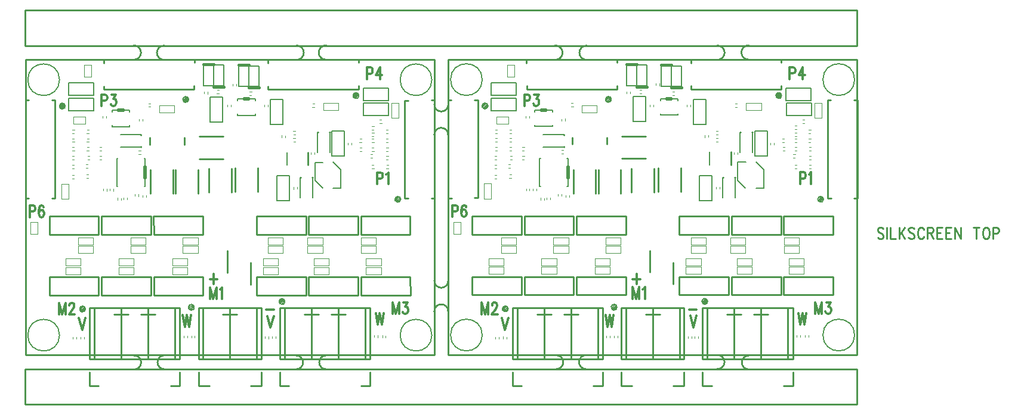
<source format=gbr>
*
%LPD*%
%LN2FOC-SST*%
%FSLAX24Y24*%
%MOIN*%
%SRX1Y1I0.0J0.0*%
%AD*%
%ADD11C,0.007870*%
%ADD12C,0.004000*%
%ADD13C,0.010000*%
%ADD14C,0.006000*%
%ADD15C,0.015000*%
%ADD16C,0.019690*%
%ADD17C,0.005910*%
%ADD18C,0.009130*%
%ADD20C,0.008000*%
%ADD57C,0.011810*%
%ADD80C,0.011810*%
G54D11*
G1X7592Y11204D2*
G75*
G3X7592Y11204I-886J0D1*
G74*
G1X28392Y11204D2*
G75*
G3X28392Y11204I-886J0D1*
G74*
G1X7592Y25504D2*
G75*
G3X7592Y25504I-886J0D1*
G74*
G1X28392Y25504D2*
G75*
G3X28392Y25504I-886J0D1*
G74*
G1X9042Y23036D2*
G54D12*
G1X9042Y23436D1*
G1X8372Y23436D1*
G1X8372Y23036D1*
G1X9042Y23036D1*
G1X5981Y16871D2*
G1X6381Y16871D1*
G1X6381Y17541D1*
G1X5981Y17541D1*
G1X5981Y16871D1*
G1X9228Y22488D2*
G1X9116Y22488D1*
G1X9226Y22685D2*
G1X9126Y22685D1*
G1X9228Y21524D2*
G1X9116Y21524D1*
G1X9226Y21721D2*
G1X9126Y21721D1*
G1X9268Y21032D2*
G1X9156Y21032D1*
G1X9265Y21229D2*
G1X9165Y21229D1*
G1X9209Y19988D2*
G1X9097Y19988D1*
G1X9206Y20185D2*
G1X9106Y20185D1*
G1X8421Y22016D2*
G1X8309Y22016D1*
G1X8419Y22213D2*
G1X8319Y22213D1*
G1X8093Y19680D2*
G1X7693Y19680D1*
G1X7693Y18840D1*
G1X8093Y18840D1*
G1X8093Y19680D1*
G1X8421Y21524D2*
G1X8309Y21524D1*
G1X8419Y21721D2*
G1X8319Y21721D1*
G1X8402Y21032D2*
G1X8289Y21032D1*
G1X8399Y21229D2*
G1X8299Y21229D1*
G1X8402Y20520D2*
G1X8289Y20520D1*
G1X8399Y20717D2*
G1X8299Y20717D1*
G1X9169Y20559D2*
G1X9057Y20559D1*
G1X9167Y20756D2*
G1X9067Y20756D1*
G1X9228Y22016D2*
G1X9116Y22016D1*
G1X9226Y22213D2*
G1X9126Y22213D1*
G1X8310Y22685D2*
G1X8423Y22685D1*
G1X8313Y22488D2*
G1X8413Y22488D1*
G1X8291Y20166D2*
G1X8403Y20166D1*
G1X8293Y19969D2*
G1X8393Y19969D1*
G1X25043Y22538D2*
G1X25155Y22538D1*
G1X25045Y22341D2*
G1X25145Y22341D1*
G1X24964Y21337D2*
G1X25076Y21337D1*
G1X24966Y21140D2*
G1X25067Y21140D1*
G1X25961Y20530D2*
G1X25849Y20530D1*
G1X25958Y20727D2*
G1X25858Y20727D1*
G1X25043Y22912D2*
G1X25155Y22912D1*
G1X25045Y22715D2*
G1X25145Y22715D1*
G1X9826Y21721D2*
G1X9938Y21721D1*
G1X9828Y21524D2*
G1X9929Y21524D1*
G1X24465Y22006D2*
G1X24352Y22006D1*
G1X24462Y22203D2*
G1X24362Y22203D1*
G1X26138Y23358D2*
G1X26538Y23358D1*
G1X26538Y24198D1*
G1X26138Y24198D1*
G1X26138Y23358D1*
G1X25830Y22695D2*
G1X25942Y22695D1*
G1X25832Y22499D2*
G1X25933Y22499D1*
G1X25850Y21219D2*
G1X25962Y21219D1*
G1X25852Y21022D2*
G1X25952Y21022D1*
G1X25850Y21711D2*
G1X25962Y21711D1*
G1X25852Y21514D2*
G1X25952Y21514D1*
G1X25830Y22203D2*
G1X25942Y22203D1*
G1X25832Y22006D2*
G1X25933Y22006D1*
G1X25154Y20530D2*
G1X25041Y20530D1*
G1X25151Y20727D2*
G1X25051Y20727D1*
G1X25154Y21514D2*
G1X25041Y21514D1*
G1X25151Y21711D2*
G1X25051Y21711D1*
G1X25154Y22006D2*
G1X25041Y22006D1*
G1X25151Y22203D2*
G1X25051Y22203D1*
G1X25587Y23069D2*
G1X25475Y23069D1*
G1X25584Y23266D2*
G1X25484Y23266D1*
G1X9826Y21229D2*
G1X9938Y21229D1*
G1X9828Y21032D2*
G1X9929Y21032D1*
G1X24484Y21514D2*
G1X24372Y21514D1*
G1X24482Y21711D2*
G1X24382Y21711D1*
G1X16968Y23988D2*
G1X16968Y24100D1*
G1X17165Y23990D2*
G1X17165Y24091D1*
G1X17480Y25280D2*
G1X17480Y25168D1*
G1X17283Y25278D2*
G1X17283Y25177D1*
G1X18212Y24821D2*
G1X18324Y24821D1*
G1X18214Y24625D2*
G1X18315Y24625D1*
G1X15866Y24827D2*
G1X15866Y24715D1*
G1X15669Y24825D2*
G1X15669Y24725D1*
G1X16492Y24732D2*
G1X16380Y24732D1*
G1X16490Y24929D2*
G1X16389Y24929D1*
G1X12673Y23984D2*
G1X12561Y23984D1*
G1X12671Y24181D2*
G1X12571Y24181D1*
G1X21827Y23965D2*
G1X21715Y23965D1*
G1X21825Y24162D2*
G1X21724Y24162D1*
G1X14720Y11174D2*
G1X14720Y11062D1*
G1X14523Y11171D2*
G1X14523Y11071D1*
G1X8763Y11000D2*
G1X8763Y11112D1*
G1X8960Y11002D2*
G1X8960Y11103D1*
G1X14956Y11063D2*
G1X14956Y11175D1*
G1X15153Y11065D2*
G1X15153Y11166D1*
G1X23897Y21973D2*
G1X23897Y21861D1*
G1X23700Y21971D2*
G1X23700Y21870D1*
G1X8786Y14611D2*
G1X8786Y15011D1*
G1X7946Y15011D1*
G1X7946Y14611D1*
G1X8786Y14611D1*
G1X11739Y14611D2*
G1X11739Y15011D1*
G1X10899Y15011D1*
G1X10899Y14611D1*
G1X11739Y14611D1*
G1X14731Y15084D2*
G1X14731Y15484D1*
G1X13891Y15484D1*
G1X13891Y15084D1*
G1X14731Y15084D1*
G1X8639Y16192D2*
G1X8639Y15792D1*
G1X9479Y15792D1*
G1X9479Y16192D1*
G1X8639Y16192D1*
G1X11568Y16673D2*
G1X11568Y16273D1*
G1X12408Y16273D1*
G1X12408Y16673D1*
G1X11568Y16673D1*
G1X14481Y16673D2*
G1X14481Y16273D1*
G1X15321Y16273D1*
G1X15321Y16673D1*
G1X14481Y16673D1*
G1X14481Y16192D2*
G1X14481Y15792D1*
G1X15321Y15792D1*
G1X15321Y16192D1*
G1X14481Y16192D1*
G1X8786Y15084D2*
G1X8786Y15484D1*
G1X7946Y15484D1*
G1X7946Y15084D1*
G1X8786Y15084D1*
G1X11739Y15084D2*
G1X11739Y15484D1*
G1X10899Y15484D1*
G1X10899Y15084D1*
G1X11739Y15084D1*
G1X14731Y14611D2*
G1X14731Y15011D1*
G1X13891Y15011D1*
G1X13891Y14611D1*
G1X14731Y14611D1*
G1X8639Y16673D2*
G1X8639Y16273D1*
G1X9479Y16273D1*
G1X9479Y16673D1*
G1X8639Y16673D1*
G1X11568Y16192D2*
G1X11568Y15792D1*
G1X12408Y15792D1*
G1X12408Y16192D1*
G1X11568Y16192D1*
G1X20669Y19382D2*
G1X20669Y19494D1*
G1X20866Y19384D2*
G1X20866Y19484D1*
G1X19809Y14611D2*
G1X19809Y15011D1*
G1X18969Y15011D1*
G1X18969Y14611D1*
G1X19809Y14611D1*
G1X22644Y14611D2*
G1X22644Y15011D1*
G1X21804Y15011D1*
G1X21804Y14611D1*
G1X22644Y14611D1*
G1X25558Y14611D2*
G1X25558Y15011D1*
G1X24718Y15011D1*
G1X24718Y14611D1*
G1X25558Y14611D1*
G1X19245Y16665D2*
G1X19245Y16265D1*
G1X20085Y16265D1*
G1X20085Y16665D1*
G1X19245Y16665D1*
G1X21450Y16665D2*
G1X21450Y16265D1*
G1X22290Y16265D1*
G1X22290Y16665D1*
G1X21450Y16665D1*
G1X24442Y16665D2*
G1X24442Y16265D1*
G1X25282Y16265D1*
G1X25282Y16665D1*
G1X24442Y16665D1*
G1X19245Y16192D2*
G1X19245Y15792D1*
G1X20085Y15792D1*
G1X20085Y16192D1*
G1X19245Y16192D1*
G1X19809Y15084D2*
G1X19809Y15484D1*
G1X18969Y15484D1*
G1X18969Y15084D1*
G1X19809Y15084D1*
G1X22644Y15084D2*
G1X22644Y15484D1*
G1X21804Y15484D1*
G1X21804Y15084D1*
G1X22644Y15084D1*
G1X21450Y16192D2*
G1X21450Y15792D1*
G1X22290Y15792D1*
G1X22290Y16192D1*
G1X21450Y16192D1*
G1X25558Y15084D2*
G1X25558Y15484D1*
G1X24718Y15484D1*
G1X24718Y15084D1*
G1X25558Y15084D1*
G1X24442Y16192D2*
G1X24442Y15792D1*
G1X25282Y15792D1*
G1X25282Y16192D1*
G1X24442Y16192D1*
G1X25366Y11190D2*
G1X25366Y11077D1*
G1X25169Y11187D2*
G1X25169Y11087D1*
G1X19283Y11127D2*
G1X19283Y11014D1*
G1X19086Y11124D2*
G1X19086Y11024D1*
G1X25622Y11079D2*
G1X25622Y11191D1*
G1X25819Y11081D2*
G1X25819Y11181D1*
G1X19460Y11016D2*
G1X19460Y11128D1*
G1X19657Y11018D2*
G1X19657Y11118D1*
G1X19035Y23988D2*
G1X19035Y24100D1*
G1X19232Y23990D2*
G1X19232Y24091D1*
G1X12224Y23312D2*
G1X12224Y23199D1*
G1X12027Y23309D2*
G1X12027Y23209D1*
G1X10019Y23358D2*
G1X10019Y23470D1*
G1X10216Y23360D2*
G1X10216Y23461D1*
G1X11181Y18791D2*
G1X11181Y18903D1*
G1X11378Y18793D2*
G1X11378Y18894D1*
G1X12122Y21347D2*
G1X12010Y21347D1*
G1X12120Y21543D2*
G1X12019Y21543D1*
G1X12012Y19091D2*
G1X12012Y18979D1*
G1X11815Y19089D2*
G1X11815Y18988D1*
G1X10846Y18771D2*
G1X10846Y18884D1*
G1X11043Y18774D2*
G1X11043Y18874D1*
G1X10236Y19394D2*
G1X10236Y19282D1*
G1X10039Y19392D2*
G1X10039Y19291D1*
G1X10610Y19394D2*
G1X10610Y19282D1*
G1X10413Y19392D2*
G1X10413Y19291D1*
G1X12441Y19040D2*
G1X12441Y18928D1*
G1X12244Y19038D2*
G1X12244Y18937D1*
G1X21653Y21330D2*
G1X21653Y21443D1*
G1X21850Y21333D2*
G1X21850Y21433D1*
G1X8531Y11107D2*
G1X8531Y10995D1*
G1X8334Y11104D2*
G1X8334Y11004D1*
G1X20653Y22626D2*
G1X20765Y22626D1*
G1X20655Y22429D2*
G1X20756Y22429D1*
G1X20019Y22275D2*
G1X20019Y22388D1*
G1X20216Y22278D2*
G1X20216Y22378D1*
G1X20653Y22232D2*
G1X20765Y22232D1*
G1X20655Y22036D2*
G1X20756Y22036D1*
G1X23176Y23784D2*
G1X23176Y24184D1*
G1X22336Y24184D1*
G1X22336Y23784D1*
G1X23176Y23784D1*
G1X14002Y23666D2*
G1X14002Y24066D1*
G1X13162Y24066D1*
G1X13162Y23666D1*
G1X14002Y23666D1*
G1X9373Y26334D2*
G1X8973Y26334D1*
G1X8973Y25664D1*
G1X9373Y25664D1*
G1X9373Y26334D1*
G1X16968Y15933D2*
G54D13*
G1X16968Y14713D1*
G1X18267Y14043D2*
G1X18267Y15264D1*
G1X9783Y13443D2*
G1X7027Y13443D1*
G1X7027Y14460D1*
G1X9783Y14460D1*
G1X9785Y13443D1*
G1X7355Y14475D2*
G1X9455Y14475D1*
G1X18602Y17853D2*
G1X21358Y17853D1*
G1X21358Y16836D1*
G1X18602Y16836D1*
G1X18600Y17853D1*
G1X21030Y16821D2*
G1X18930Y16821D1*
G1X21515Y17853D2*
G1X24271Y17853D1*
G1X24271Y16836D1*
G1X21515Y16836D1*
G1X21513Y17853D1*
G1X23943Y16821D2*
G1X21843Y16821D1*
G1X24429Y17853D2*
G1X27185Y17853D1*
G1X27185Y16836D1*
G1X24429Y16836D1*
G1X24427Y17853D1*
G1X26857Y16821D2*
G1X24757Y16821D1*
G1X12697Y13443D2*
G1X9941Y13443D1*
G1X9941Y14460D1*
G1X12697Y14460D1*
G1X12699Y13443D1*
G1X10269Y14475D2*
G1X12369Y14475D1*
G1X15610Y13443D2*
G1X12854Y13443D1*
G1X12854Y14460D1*
G1X15610Y14460D1*
G1X15612Y13443D1*
G1X13182Y14475D2*
G1X15282Y14475D1*
G1X7027Y17853D2*
G1X9783Y17853D1*
G1X9783Y16836D1*
G1X7027Y16836D1*
G1X7025Y17853D1*
G1X9455Y16821D2*
G1X7355Y16821D1*
G1X9941Y17853D2*
G1X12697Y17853D1*
G1X12697Y16836D1*
G1X9941Y16836D1*
G1X9939Y17853D1*
G1X12369Y16821D2*
G1X10269Y16821D1*
G1X12854Y17853D2*
G1X15610Y17853D1*
G1X15610Y16836D1*
G1X12854Y16836D1*
G1X12852Y17853D1*
G1X15282Y16821D2*
G1X13182Y16821D1*
G1X21358Y13443D2*
G1X18602Y13443D1*
G1X18602Y14460D1*
G1X21358Y14460D1*
G1X21360Y13443D1*
G1X18930Y14475D2*
G1X21030Y14475D1*
G1X24271Y13443D2*
G1X21515Y13443D1*
G1X21515Y14460D1*
G1X24271Y14460D1*
G1X24273Y13443D1*
G1X21843Y14475D2*
G1X23943Y14475D1*
G1X27185Y13443D2*
G1X24429Y13443D1*
G1X24429Y14460D1*
G1X27185Y14460D1*
G1X27187Y13443D1*
G1X24757Y14475D2*
G1X26857Y14475D1*
G1X14567Y22272D2*
G1X14567Y21878D1*
G1X12637Y22272D2*
G1X12637Y21878D1*
G1X21023Y20038D2*
G1X21063Y20038D1*
G1X21693Y20038D2*
G1X21732Y20038D1*
G1X21988Y22567D2*
G1X22027Y22567D1*
G1X22657Y22567D2*
G1X22697Y22567D1*
G1X12145Y22429D2*
G1X12145Y22390D1*
G1X12145Y21760D2*
G1X12145Y21721D1*
G1X21476Y20736D2*
G1X21476Y21445D1*
G1X27075Y18866D2*
G1X26886Y18866D1*
G1X26886Y24347D1*
G1X27067Y24347D1*
G1X28358Y24358D2*
G1X28539Y24358D1*
G1X28539Y18866D1*
G1X28362Y18866D1*
G1X7157Y24358D2*
G1X7346Y24358D1*
G1X7346Y18878D1*
G1X7165Y18878D1*
G1X5874Y18866D2*
G1X5693Y18866D1*
G1X5693Y24358D1*
G1X5870Y24358D1*
G1X15118Y25154D2*
G1X15118Y24957D1*
G1X10078Y24957D1*
G1X10078Y25146D1*
G1X10071Y26437D2*
G1X10071Y26626D1*
G1X15122Y26626D1*
G1X15122Y26449D1*
G1X24291Y25154D2*
G1X24291Y24957D1*
G1X19252Y24957D1*
G1X19252Y25146D1*
G1X19244Y26437D2*
G1X19244Y26626D1*
G1X24295Y26626D1*
G1X24295Y26449D1*
G1X15356Y9851D2*
G1X18856Y9851D1*
G1X18856Y12725D1*
G1X15356Y12725D1*
G1X15356Y9851D1*
G1X15606Y12725D2*
G1X15606Y9851D1*
G1X17106Y12725D2*
G1X17106Y9851D1*
G1X18606Y12725D2*
G1X18606Y9851D1*
G1X16704Y12350D2*
G1X17504Y12350D1*
G1X15356Y9142D2*
G1X15356Y8354D1*
G1X15956Y8354D1*
G1X18856Y9142D2*
G1X18856Y8354D1*
G1X18256Y8354D1*
G1X9273Y9851D2*
G1X14311Y9851D1*
G1X14311Y12725D1*
G1X9273Y12725D1*
G1X9273Y9851D1*
G1X11041Y12725D2*
G1X11041Y9851D1*
G1X9541Y12725D2*
G1X9541Y9851D1*
G1X12541Y12725D2*
G1X12541Y9851D1*
G1X10639Y12350D2*
G1X11439Y12350D1*
G1X14041Y12725D2*
G1X14041Y9851D1*
G1X12139Y12350D2*
G1X12939Y12350D1*
G1X9273Y9142D2*
G1X9273Y8354D1*
G1X9785Y8354D1*
G1X14311Y9142D2*
G1X14311Y8354D1*
G1X13799Y8354D1*
G1X19903Y9851D2*
G1X24941Y9851D1*
G1X24941Y12725D1*
G1X19903Y12725D1*
G1X19903Y9851D1*
G1X21671Y12725D2*
G1X21671Y9851D1*
G1X20171Y12725D2*
G1X20171Y9851D1*
G1X23171Y12725D2*
G1X23171Y9851D1*
G1X21269Y12350D2*
G1X22069Y12350D1*
G1X24671Y12725D2*
G1X24671Y9851D1*
G1X22769Y12350D2*
G1X23569Y12350D1*
G1X19903Y9142D2*
G1X19903Y8354D1*
G1X20415Y8354D1*
G1X24941Y9142D2*
G1X24941Y8354D1*
G1X24429Y8354D1*
G1X5689Y10087D2*
G1X28523Y10087D1*
G1X28523Y26622D1*
G1X5689Y26622D1*
G1X5689Y10087D1*
G1X11729Y26620D2*
G75*
G3X11730Y27420I17J400D1*
G74*
G1X13453Y27415D2*
G75*
G3X13452Y26615I-17J-400D1*
G74*
G1X20824Y26616D2*
G75*
G3X20825Y27416I17J400D1*
G74*
G1X22490Y27422D2*
G75*
G3X22489Y26622I-17J-400D1*
G74*
G1X11751Y9287D2*
G75*
G3X11752Y10064I16J388D1*
G74*
G1X13473Y10075D2*
G75*
G3X13472Y9296I-16J-390D1*
G74*
G1X20797Y9292D2*
G75*
G3X20797Y10068I15J388D1*
G74*
G1X22505Y10071D2*
G75*
G3X22504Y9292I-16J-390D1*
G74*
G1X29305Y12527D2*
G75*
G3X28529Y12528I-388J16D1*
G74*
G1X28530Y14263D2*
G75*
G3X29309Y14262I390J-16D1*
G74*
G1X5682Y29383D2*
G1X52139Y29383D1*
G1X52139Y27415D1*
G1X5682Y27415D1*
G1X5682Y29383D1*
G1X29304Y10092D2*
G1X52139Y10092D1*
G1X52139Y26627D1*
G1X29304Y26627D1*
G1X29304Y10092D1*
G1X5682Y9304D2*
G1X52139Y9304D1*
G1X52139Y7336D1*
G1X5682Y7336D1*
G1X5682Y9304D1*
G1X29304Y22409D2*
G75*
G3X28528Y22410I-388J16D1*
G74*
G1X28530Y24125D2*
G75*
G3X29309Y24124I390J-16D1*
G74*
G1X37050Y27414D2*
G75*
G3X37049Y26614I-17J-400D1*
G74*
G1X35278Y26617D2*
G75*
G3X35279Y27417I17J400D1*
G74*
G1X44328Y26617D2*
G75*
G3X44329Y27417I17J400D1*
G74*
G1X46098Y27426D2*
G75*
G3X46097Y26626I-17J-400D1*
G74*
G1X46114Y10066D2*
G75*
G3X46114Y9287I-16J-390D1*
G74*
G1X44341Y9311D2*
G75*
G3X44341Y10087I16J388D1*
G74*
G1X37019Y10085D2*
G75*
G3X37018Y9306I-16J-390D1*
G74*
G1X35329Y9303D2*
G75*
G3X35330Y10080I16J388D1*
G74*
G1X8099Y24472D2*
G54D14*
G1X8099Y23772D1*
G1X9499Y23772D1*
G1X9499Y24472D1*
G1X8099Y24472D1*
G1X25956Y24334D2*
G1X25956Y25034D1*
G1X24556Y25034D1*
G1X24556Y24334D1*
G1X25956Y24334D1*
G1X25975Y23487D2*
G1X25975Y24187D1*
G1X24575Y24187D1*
G1X24575Y23487D1*
G1X25975Y23487D1*
G1X8099Y25319D2*
G1X8099Y24619D1*
G1X9499Y24619D1*
G1X9499Y25319D1*
G1X8099Y25319D1*
G1X18725Y26277D2*
G1X18165Y26277D1*
G1X18165Y25117D1*
G1X18725Y25117D1*
G1X18725Y26277D1*
G1X17594Y25117D2*
G1X18154Y25117D1*
G1X18154Y26277D1*
G1X17594Y26277D1*
G1X17594Y25117D1*
G1X16776Y26316D2*
G1X16216Y26316D1*
G1X16216Y25156D1*
G1X16776Y25156D1*
G1X16776Y26316D1*
G1X15645Y25156D2*
G1X16205Y25156D1*
G1X16205Y26316D1*
G1X15645Y26316D1*
G1X15645Y25156D1*
G1X16008Y23147D2*
G1X16708Y23147D1*
G1X16708Y24547D1*
G1X16008Y24547D1*
G1X16008Y23147D1*
G1X19374Y22989D2*
G1X20074Y22989D1*
G1X20074Y24389D1*
G1X19374Y24389D1*
G1X19374Y22989D1*
G1X21023Y18896D2*
G1X21023Y20038D1*
G1X21063Y20038D1*
G1X21693Y20038D2*
G1X21732Y20038D1*
G1X21732Y18896D1*
G1X21988Y21425D2*
G1X21988Y22567D1*
G1X22027Y22567D1*
G1X22657Y22567D2*
G1X22697Y22567D1*
G1X22697Y21425D1*
G1X11004Y22429D2*
G1X12145Y22429D1*
G1X12145Y22390D1*
G1X12145Y21760D2*
G1X12145Y21721D1*
G1X11004Y21721D1*
G1X19728Y18737D2*
G1X20428Y18737D1*
G1X20428Y20137D1*
G1X19728Y20137D1*
G1X19728Y18737D1*
G1X23519Y22617D2*
G1X22819Y22617D1*
G1X22819Y21217D1*
G1X23519Y21217D1*
G1X23519Y22617D1*
G1X22307Y20882D2*
G1X21870Y20882D1*
G1X21870Y19858D1*
G1X22303Y19425D1*
G1X22882Y19441D2*
G1X23319Y19441D1*
G1X23319Y20465D1*
G1X22886Y20898D1*
G1X20295Y20736D2*
G1X20295Y21445D1*
G1X18725Y25067D2*
G54D15*
G1X18165Y25067D1*
G1X17594Y26327D2*
G1X18154Y26327D1*
G1X16776Y25106D2*
G1X16216Y25106D1*
G1X15645Y26366D2*
G1X16205Y26366D1*
G1X18169Y24417D2*
G54D16*
G1X17893Y24417D1*
G1X11161Y23788D2*
G1X10886Y23788D1*
G1X12376Y19996D2*
G1X12376Y20626D1*
G1X18523Y24339D2*
G54D17*
G1X18523Y24417D1*
G1X17539Y24417D1*
G1X17539Y24339D1*
G1X18523Y23591D2*
G1X18523Y23512D1*
G1X17539Y23512D1*
G1X17539Y23591D1*
G1X11515Y23709D2*
G1X11515Y23788D1*
G1X10531Y23788D1*
G1X10531Y23709D1*
G1X11515Y22961D2*
G1X11515Y22882D1*
G1X10531Y22882D1*
G1X10531Y22961D1*
G1X12336Y19524D2*
G1X12376Y19524D1*
G1X12376Y21099D1*
G1X12336Y21099D1*
G1X10840Y19524D2*
G1X10801Y19524D1*
G1X10801Y21099D1*
G1X10840Y21099D1*
G1X13937Y20461D2*
G54D18*
G1X13937Y19122D1*
G1X12677Y20461D2*
G1X12677Y19122D1*
G1X17413Y19221D2*
G1X17413Y20559D1*
G1X18673Y19221D2*
G1X18673Y20559D1*
G1X15937Y19201D2*
G1X15937Y20540D1*
G1X17197Y19201D2*
G1X17197Y20540D1*
G1X15393Y22341D2*
G1X16732Y22341D1*
G1X15393Y21081D2*
G1X16732Y21081D1*
G1X14075Y19122D2*
G1X14075Y20461D1*
G1X15334Y19122D2*
G1X15334Y20461D1*
G1X9044Y12669D2*
G75*
G54D20*
G3X9044Y12669I-163J0D1*
G74*
G1X15123Y12764D2*
G75*
G3X15123Y12764I-163J0D1*
G74*
G1X20186Y13087D2*
G75*
G3X20186Y13087I-163J0D1*
G74*
G1X26658Y18807D2*
G75*
G3X26658Y18807I-163J0D1*
G74*
G1X7914Y24032D2*
G75*
G3X7914Y24032I-163J0D1*
G74*
G1X14808Y24398D2*
G75*
G3X14808Y24398I-163J0D1*
G74*
G1X24316Y24614D2*
G75*
G3X24316Y24614I-163J0D1*
G74*
G1X9044Y12669D2*
G75*
G3X9044Y12669I-163J0D1*
G74*
G1X15123Y12764D2*
G75*
G3X15123Y12764I-163J0D1*
G74*
G1X20186Y13087D2*
G75*
G3X20186Y13087I-163J0D1*
G74*
G1X26658Y18807D2*
G75*
G3X26658Y18807I-163J0D1*
G74*
G1X7914Y24032D2*
G75*
G3X7914Y24032I-163J0D1*
G74*
G1X14808Y24398D2*
G75*
G3X14808Y24398I-163J0D1*
G74*
G1X24316Y24614D2*
G75*
G3X24316Y24614I-163J0D1*
G74*
G1X8845Y12511D2*
G1X9040Y12706D1*
G1X8967Y12531D2*
G1X9020Y12584D1*
G1X8777Y12545D2*
G1X9006Y12774D1*
G1X8733Y12603D2*
G1X8948Y12818D1*
G1X8720Y12692D2*
G1X8859Y12831D1*
G1X14924Y12605D2*
G1X15119Y12800D1*
G1X15046Y12625D2*
G1X15099Y12679D1*
G1X14856Y12639D2*
G1X15085Y12868D1*
G1X14812Y12697D2*
G1X15027Y12912D1*
G1X14799Y12786D2*
G1X14938Y12925D1*
G1X19987Y12928D2*
G1X20182Y13123D1*
G1X20109Y12948D2*
G1X20162Y13002D1*
G1X19919Y12962D2*
G1X20148Y13191D1*
G1X19875Y13020D2*
G1X20090Y13235D1*
G1X19862Y13109D2*
G1X20001Y13248D1*
G1X26459Y18649D2*
G1X26654Y18844D1*
G1X26581Y18669D2*
G1X26634Y18722D1*
G1X26391Y18683D2*
G1X26620Y18912D1*
G1X26347Y18741D2*
G1X26562Y18956D1*
G1X26335Y18830D2*
G1X26473Y18968D1*
G1X7715Y23873D2*
G1X7910Y24068D1*
G1X7837Y23893D2*
G1X7890Y23946D1*
G1X7647Y23907D2*
G1X7876Y24136D1*
G1X7603Y23965D2*
G1X7818Y24180D1*
G1X7591Y24054D2*
G1X7729Y24193D1*
G1X14609Y24239D2*
G1X14804Y24434D1*
G1X14731Y24259D2*
G1X14784Y24313D1*
G1X14541Y24273D2*
G1X14770Y24502D1*
G1X14497Y24331D2*
G1X14712Y24546D1*
G1X14484Y24420D2*
G1X14623Y24559D1*
G1X24117Y24456D2*
G1X24312Y24651D1*
G1X24238Y24476D2*
G1X24292Y24529D1*
G1X24049Y24490D2*
G1X24278Y24719D1*
G1X24005Y24548D2*
G1X24220Y24763D1*
G1X23992Y24637D2*
G1X24131Y24775D1*
G1X19153Y12627D2*
G54D57*
G1X19556Y12627D1*
G1X25256Y12430D2*
G1X25367Y11784D1*
G1X25479Y12430D1*
G1X25591Y11784D1*
G1X25703Y12430D1*
G1X19204Y12280D2*
G1X19383Y11634D1*
G1X19562Y12280D1*
G1X16205Y14617D2*
G1X16205Y14063D1*
G1X16004Y14340D2*
G1X16406Y14340D1*
G1X14484Y12319D2*
G1X14596Y11673D1*
G1X14708Y12319D1*
G1X14820Y11673D1*
G1X14931Y12319D1*
G1X8685Y12154D2*
G1X8864Y11508D1*
G1X9043Y12154D1*
G1X16004Y13882D2*
G1X16004Y13236D1*
G1X16004Y13882D2*
G1X16183Y13236D1*
G1X16362Y13882D1*
G1X16362Y13236D1*
G1X16563Y13759D2*
G1X16608Y13790D1*
G1X16675Y13882D1*
G1X16675Y13236D1*
G1X7567Y13012D2*
G1X7567Y12366D1*
G1X7567Y13012D2*
G1X7746Y12366D1*
G1X7925Y13012D1*
G1X7925Y12366D1*
G1X8148Y12858D2*
G1X8148Y12889D1*
G1X8171Y12951D1*
G1X8193Y12981D1*
G1X8238Y13012D1*
G1X8327Y13012D1*
G1X8372Y12981D1*
G1X8394Y12951D1*
G1X8417Y12889D1*
G1X8417Y12828D1*
G1X8394Y12766D1*
G1X8350Y12674D1*
G1X8126Y12366D1*
G1X8439Y12366D1*
G1X26200Y13036D2*
G1X26200Y12390D1*
G1X26200Y13036D2*
G1X26379Y12390D1*
G1X26558Y13036D1*
G1X26558Y12390D1*
G1X26804Y13036D2*
G1X27051Y13036D1*
G1X26916Y12790D1*
G1X26983Y12790D1*
G1X27028Y12759D1*
G1X27051Y12728D1*
G1X27073Y12636D1*
G1X27073Y12574D1*
G1X27051Y12482D1*
G1X27006Y12421D1*
G1X26939Y12390D1*
G1X26872Y12390D1*
G1X26804Y12421D1*
G1X26782Y12451D1*
G1X26760Y12513D1*
G1X5921Y18461D2*
G1X5921Y17815D1*
G1X5921Y18461D2*
G1X6122Y18461D1*
G1X6189Y18430D1*
G1X6212Y18400D1*
G1X6234Y18338D1*
G1X6234Y18246D1*
G1X6212Y18184D1*
G1X6189Y18153D1*
G1X6122Y18123D1*
G1X5921Y18123D1*
G1X6704Y18369D2*
G1X6682Y18430D1*
G1X6614Y18461D1*
G1X6570Y18461D1*
G1X6503Y18430D1*
G1X6458Y18338D1*
G1X6435Y18184D1*
G1X6435Y18030D1*
G1X6458Y17907D1*
G1X6503Y17846D1*
G1X6570Y17815D1*
G1X6592Y17815D1*
G1X6659Y17846D1*
G1X6704Y17907D1*
G1X6726Y18000D1*
G1X6726Y18030D1*
G1X6704Y18123D1*
G1X6659Y18184D1*
G1X6592Y18215D1*
G1X6570Y18215D1*
G1X6503Y18184D1*
G1X6458Y18123D1*
G1X6435Y18030D1*
G1X9941Y24670D2*
G1X9941Y24024D1*
G1X9941Y24670D2*
G1X10142Y24670D1*
G1X10209Y24639D1*
G1X10231Y24608D1*
G1X10254Y24547D1*
G1X10254Y24454D1*
G1X10231Y24393D1*
G1X10209Y24362D1*
G1X10142Y24331D1*
G1X9941Y24331D1*
G1X10500Y24670D2*
G1X10746Y24670D1*
G1X10612Y24424D1*
G1X10679Y24424D1*
G1X10724Y24393D1*
G1X10746Y24362D1*
G1X10768Y24270D1*
G1X10768Y24208D1*
G1X10746Y24116D1*
G1X10701Y24055D1*
G1X10634Y24024D1*
G1X10567Y24024D1*
G1X10500Y24055D1*
G1X10478Y24085D1*
G1X10455Y24147D1*
G1X24763Y26185D2*
G1X24763Y25540D1*
G1X24763Y26185D2*
G1X24965Y26185D1*
G1X25032Y26155D1*
G1X25054Y26124D1*
G1X25077Y26062D1*
G1X25077Y25970D1*
G1X25054Y25909D1*
G1X25032Y25878D1*
G1X24965Y25847D1*
G1X24763Y25847D1*
G1X25502Y26185D2*
G1X25278Y25755D1*
G1X25614Y25755D1*
G1X25502Y26185D2*
G1X25502Y25540D1*
G1X25338Y20311D2*
G54D80*
G1X25338Y19666D1*
G1X25338Y20311D2*
G1X25540Y20311D1*
G1X25607Y20281D1*
G1X25629Y20250D1*
G1X25651Y20188D1*
G1X25651Y20096D1*
G1X25629Y20035D1*
G1X25607Y20004D1*
G1X25540Y19973D1*
G1X25338Y19973D1*
G1X25853Y20188D2*
G1X25898Y20219D1*
G1X25965Y20311D1*
G1X25965Y19666D1*
G1X53605Y17149D2*
G54D13*
G1X53559Y17212D1*
G1X53491Y17243D1*
G1X53400Y17243D1*
G1X53332Y17212D1*
G1X53287Y17149D1*
G1X53287Y17087D1*
G1X53309Y17024D1*
G1X53332Y16993D1*
G1X53378Y16962D1*
G1X53514Y16899D1*
G1X53559Y16868D1*
G1X53582Y16837D1*
G1X53605Y16774D1*
G1X53605Y16681D1*
G1X53559Y16618D1*
G1X53491Y16587D1*
G1X53400Y16587D1*
G1X53332Y16618D1*
G1X53287Y16681D1*
G1X53809Y17243D2*
G1X53809Y16587D1*
G1X54014Y17243D2*
G1X54014Y16587D1*
G1X54287Y16587D1*
G1X54491Y17243D2*
G1X54491Y16587D1*
G1X54809Y17243D2*
G1X54491Y16806D1*
G1X54605Y16962D2*
G1X54809Y16587D1*
G1X55332Y17149D2*
G1X55287Y17212D1*
G1X55219Y17243D1*
G1X55128Y17243D1*
G1X55059Y17212D1*
G1X55014Y17149D1*
G1X55014Y17087D1*
G1X55037Y17024D1*
G1X55059Y16993D1*
G1X55105Y16962D1*
G1X55241Y16899D1*
G1X55287Y16868D1*
G1X55309Y16837D1*
G1X55332Y16774D1*
G1X55332Y16681D1*
G1X55287Y16618D1*
G1X55219Y16587D1*
G1X55128Y16587D1*
G1X55059Y16618D1*
G1X55014Y16681D1*
G1X55878Y17087D2*
G1X55855Y17149D1*
G1X55809Y17212D1*
G1X55764Y17243D1*
G1X55673Y17243D1*
G1X55628Y17212D1*
G1X55582Y17149D1*
G1X55559Y17087D1*
G1X55537Y16993D1*
G1X55537Y16837D1*
G1X55559Y16743D1*
G1X55582Y16681D1*
G1X55628Y16618D1*
G1X55673Y16587D1*
G1X55764Y16587D1*
G1X55809Y16618D1*
G1X55855Y16681D1*
G1X55878Y16743D1*
G1X56082Y17243D2*
G1X56082Y16587D1*
G1X56082Y17243D2*
G1X56287Y17243D1*
G1X56355Y17212D1*
G1X56378Y17181D1*
G1X56400Y17118D1*
G1X56400Y17056D1*
G1X56378Y16993D1*
G1X56355Y16962D1*
G1X56287Y16931D1*
G1X56082Y16931D1*
G1X56241Y16931D2*
G1X56400Y16587D1*
G1X56605Y17243D2*
G1X56605Y16587D1*
G1X56605Y17243D2*
G1X56900Y17243D1*
G1X56605Y16931D2*
G1X56787Y16931D1*
G1X56605Y16587D2*
G1X56900Y16587D1*
G1X57105Y17243D2*
G1X57105Y16587D1*
G1X57105Y17243D2*
G1X57400Y17243D1*
G1X57105Y16931D2*
G1X57287Y16931D1*
G1X57105Y16587D2*
G1X57400Y16587D1*
G1X57605Y17243D2*
G1X57605Y16587D1*
G1X57605Y17243D2*
G1X57923Y16587D1*
G1X57923Y17243D1*
G1X58809Y17243D2*
G1X58809Y16587D1*
G1X58650Y17243D2*
G1X58969Y17243D1*
G1X59309Y17243D2*
G1X59264Y17212D1*
G1X59219Y17149D1*
G1X59196Y17087D1*
G1X59173Y16993D1*
G1X59173Y16837D1*
G1X59196Y16743D1*
G1X59219Y16681D1*
G1X59264Y16618D1*
G1X59309Y16587D1*
G1X59400Y16587D1*
G1X59446Y16618D1*
G1X59491Y16681D1*
G1X59514Y16743D1*
G1X59537Y16837D1*
G1X59537Y16993D1*
G1X59514Y17087D1*
G1X59491Y17149D1*
G1X59446Y17212D1*
G1X59400Y17243D1*
G1X59309Y17243D1*
G1X59741Y17243D2*
G1X59741Y16587D1*
G1X59741Y17243D2*
G1X59946Y17243D1*
G1X60014Y17212D1*
G1X60037Y17181D1*
G1X60059Y17118D1*
G1X60059Y17024D1*
G1X60037Y16962D1*
G1X60014Y16931D1*
G1X59946Y16899D1*
G1X59741Y16899D1*
G1X31207Y11210D2*
G75*
G54D11*
G3X31207Y11210I-886J0D1*
G74*
G1X52007Y11210D2*
G75*
G3X52007Y11210I-886J0D1*
G74*
G1X31207Y25510D2*
G75*
G3X31207Y25510I-886J0D1*
G74*
G1X52007Y25510D2*
G75*
G3X52007Y25510I-886J0D1*
G74*
G1X32657Y23042D2*
G54D12*
G1X32657Y23442D1*
G1X31988Y23442D1*
G1X31988Y23042D1*
G1X32657Y23042D1*
G1X29596Y16877D2*
G1X29996Y16877D1*
G1X29996Y17546D1*
G1X29596Y17546D1*
G1X29596Y16877D1*
G1X32844Y22494D2*
G1X32732Y22494D1*
G1X32842Y22691D2*
G1X32741Y22691D1*
G1X32844Y21529D2*
G1X32732Y21529D1*
G1X32842Y21726D2*
G1X32741Y21726D1*
G1X32883Y21037D2*
G1X32771Y21037D1*
G1X32881Y21234D2*
G1X32781Y21234D1*
G1X32824Y19994D2*
G1X32712Y19994D1*
G1X32822Y20191D2*
G1X32722Y20191D1*
G1X32037Y22021D2*
G1X31925Y22021D1*
G1X32035Y22218D2*
G1X31934Y22218D1*
G1X31709Y19685D2*
G1X31309Y19685D1*
G1X31309Y18845D1*
G1X31709Y18845D1*
G1X31709Y19685D1*
G1X32037Y21529D2*
G1X31925Y21529D1*
G1X32035Y21726D2*
G1X31934Y21726D1*
G1X32017Y21037D2*
G1X31905Y21037D1*
G1X32015Y21234D2*
G1X31914Y21234D1*
G1X32017Y20525D2*
G1X31905Y20525D1*
G1X32015Y20722D2*
G1X31914Y20722D1*
G1X32785Y20565D2*
G1X32673Y20565D1*
G1X32783Y20761D2*
G1X32682Y20761D1*
G1X32844Y22021D2*
G1X32732Y22021D1*
G1X32842Y22218D2*
G1X32741Y22218D1*
G1X31926Y22691D2*
G1X32038Y22691D1*
G1X31928Y22494D2*
G1X32029Y22494D1*
G1X31906Y20171D2*
G1X32018Y20171D1*
G1X31909Y19974D2*
G1X32009Y19974D1*
G1X48658Y22543D2*
G1X48770Y22543D1*
G1X48660Y22347D2*
G1X48761Y22347D1*
G1X48579Y21343D2*
G1X48692Y21343D1*
G1X48582Y21146D2*
G1X48682Y21146D1*
G1X49576Y20535D2*
G1X49464Y20535D1*
G1X49574Y20732D2*
G1X49473Y20732D1*
G1X48658Y22917D2*
G1X48770Y22917D1*
G1X48660Y22721D2*
G1X48761Y22721D1*
G1X33442Y21726D2*
G1X33554Y21726D1*
G1X33444Y21529D2*
G1X33544Y21529D1*
G1X48080Y22012D2*
G1X47968Y22012D1*
G1X48078Y22209D2*
G1X47977Y22209D1*
G1X49754Y23364D2*
G1X50154Y23364D1*
G1X50154Y24204D1*
G1X49754Y24204D1*
G1X49754Y23364D1*
G1X49446Y22701D2*
G1X49558Y22701D1*
G1X49448Y22504D2*
G1X49548Y22504D1*
G1X49465Y21224D2*
G1X49577Y21224D1*
G1X49468Y21028D2*
G1X49568Y21028D1*
G1X49465Y21717D2*
G1X49577Y21717D1*
G1X49468Y21520D2*
G1X49568Y21520D1*
G1X49446Y22209D2*
G1X49558Y22209D1*
G1X49448Y22012D2*
G1X49548Y22012D1*
G1X48769Y20535D2*
G1X48657Y20535D1*
G1X48767Y20732D2*
G1X48666Y20732D1*
G1X48769Y21520D2*
G1X48657Y21520D1*
G1X48767Y21717D2*
G1X48666Y21717D1*
G1X48769Y22012D2*
G1X48657Y22012D1*
G1X48767Y22209D2*
G1X48666Y22209D1*
G1X49202Y23075D2*
G1X49090Y23075D1*
G1X49200Y23272D2*
G1X49099Y23272D1*
G1X33442Y21234D2*
G1X33554Y21234D1*
G1X33444Y21037D2*
G1X33544Y21037D1*
G1X48100Y21520D2*
G1X47988Y21520D1*
G1X48097Y21717D2*
G1X47997Y21717D1*
G1X40584Y23993D2*
G1X40584Y24106D1*
G1X40781Y23996D2*
G1X40781Y24096D1*
G1X41096Y25285D2*
G1X41096Y25173D1*
G1X40899Y25283D2*
G1X40899Y25183D1*
G1X41827Y24827D2*
G1X41940Y24827D1*
G1X41830Y24630D2*
G1X41930Y24630D1*
G1X39481Y24833D2*
G1X39481Y24721D1*
G1X39285Y24830D2*
G1X39285Y24730D1*
G1X40108Y24738D2*
G1X39996Y24738D1*
G1X40105Y24935D2*
G1X40005Y24935D1*
G1X36289Y23990D2*
G1X36177Y23990D1*
G1X36286Y24187D2*
G1X36186Y24187D1*
G1X45442Y23970D2*
G1X45330Y23970D1*
G1X45440Y24167D2*
G1X45340Y24167D1*
G1X38336Y11179D2*
G1X38336Y11067D1*
G1X38139Y11177D2*
G1X38139Y11076D1*
G1X32379Y11005D2*
G1X32379Y11117D1*
G1X32576Y11008D2*
G1X32576Y11108D1*
G1X38572Y11068D2*
G1X38572Y11180D1*
G1X38769Y11071D2*
G1X38769Y11171D1*
G1X47513Y21978D2*
G1X47513Y21866D1*
G1X47316Y21976D2*
G1X47316Y21876D1*
G1X32401Y14617D2*
G1X32401Y15017D1*
G1X31561Y15017D1*
G1X31561Y14617D1*
G1X32401Y14617D1*
G1X35354Y14617D2*
G1X35354Y15017D1*
G1X34514Y15017D1*
G1X34514Y14617D1*
G1X35354Y14617D1*
G1X38346Y15089D2*
G1X38346Y15489D1*
G1X37506Y15489D1*
G1X37506Y15089D1*
G1X38346Y15089D1*
G1X32254Y16198D2*
G1X32254Y15798D1*
G1X33094Y15798D1*
G1X33094Y16198D1*
G1X32254Y16198D1*
G1X35183Y16678D2*
G1X35183Y16278D1*
G1X36023Y16278D1*
G1X36023Y16678D1*
G1X35183Y16678D1*
G1X38097Y16678D2*
G1X38097Y16278D1*
G1X38937Y16278D1*
G1X38937Y16678D1*
G1X38097Y16678D1*
G1X38097Y16198D2*
G1X38097Y15798D1*
G1X38937Y15798D1*
G1X38937Y16198D1*
G1X38097Y16198D1*
G1X32401Y15089D2*
G1X32401Y15489D1*
G1X31561Y15489D1*
G1X31561Y15089D1*
G1X32401Y15089D1*
G1X35354Y15089D2*
G1X35354Y15489D1*
G1X34514Y15489D1*
G1X34514Y15089D1*
G1X35354Y15089D1*
G1X38346Y14617D2*
G1X38346Y15017D1*
G1X37506Y15017D1*
G1X37506Y14617D1*
G1X38346Y14617D1*
G1X32254Y16678D2*
G1X32254Y16278D1*
G1X33094Y16278D1*
G1X33094Y16678D1*
G1X32254Y16678D1*
G1X35183Y16198D2*
G1X35183Y15798D1*
G1X36023Y15798D1*
G1X36023Y16198D1*
G1X35183Y16198D1*
G1X44285Y19387D2*
G1X44285Y19499D1*
G1X44481Y19389D2*
G1X44481Y19490D1*
G1X43425Y14617D2*
G1X43425Y15017D1*
G1X42585Y15017D1*
G1X42585Y14617D1*
G1X43425Y14617D1*
G1X46260Y14617D2*
G1X46260Y15017D1*
G1X45420Y15017D1*
G1X45420Y14617D1*
G1X46260Y14617D1*
G1X49173Y14617D2*
G1X49173Y15017D1*
G1X48333Y15017D1*
G1X48333Y14617D1*
G1X49173Y14617D1*
G1X42861Y16670D2*
G1X42861Y16270D1*
G1X43701Y16270D1*
G1X43701Y16670D1*
G1X42861Y16670D1*
G1X45065Y16670D2*
G1X45065Y16270D1*
G1X45905Y16270D1*
G1X45905Y16670D1*
G1X45065Y16670D1*
G1X48057Y16670D2*
G1X48057Y16270D1*
G1X48897Y16270D1*
G1X48897Y16670D1*
G1X48057Y16670D1*
G1X42861Y16198D2*
G1X42861Y15798D1*
G1X43701Y15798D1*
G1X43701Y16198D1*
G1X42861Y16198D1*
G1X43425Y15089D2*
G1X43425Y15489D1*
G1X42585Y15489D1*
G1X42585Y15089D1*
G1X43425Y15089D1*
G1X46260Y15089D2*
G1X46260Y15489D1*
G1X45420Y15489D1*
G1X45420Y15089D1*
G1X46260Y15089D1*
G1X45065Y16198D2*
G1X45065Y15798D1*
G1X45905Y15798D1*
G1X45905Y16198D1*
G1X45065Y16198D1*
G1X49173Y15089D2*
G1X49173Y15489D1*
G1X48333Y15489D1*
G1X48333Y15089D1*
G1X49173Y15089D1*
G1X48057Y16198D2*
G1X48057Y15798D1*
G1X48897Y15798D1*
G1X48897Y16198D1*
G1X48057Y16198D1*
G1X48981Y11195D2*
G1X48981Y11083D1*
G1X48785Y11193D2*
G1X48785Y11092D1*
G1X42899Y11132D2*
G1X42899Y11020D1*
G1X42702Y11130D2*
G1X42702Y11029D1*
G1X49237Y11084D2*
G1X49237Y11196D1*
G1X49434Y11086D2*
G1X49434Y11187D1*
G1X43076Y11021D2*
G1X43076Y11133D1*
G1X43273Y11023D2*
G1X43273Y11124D1*
G1X42651Y23993D2*
G1X42651Y24106D1*
G1X42847Y23996D2*
G1X42847Y24096D1*
G1X35840Y23317D2*
G1X35840Y23205D1*
G1X35643Y23315D2*
G1X35643Y23214D1*
G1X33635Y23363D2*
G1X33635Y23476D1*
G1X33832Y23366D2*
G1X33832Y23466D1*
G1X34796Y18797D2*
G1X34796Y18909D1*
G1X34993Y18799D2*
G1X34993Y18899D1*
G1X35738Y21352D2*
G1X35625Y21352D1*
G1X35735Y21549D2*
G1X35635Y21549D1*
G1X35627Y19097D2*
G1X35627Y18984D1*
G1X35430Y19094D2*
G1X35430Y18994D1*
G1X34462Y18777D2*
G1X34462Y18889D1*
G1X34659Y18779D2*
G1X34659Y18880D1*
G1X33851Y19400D2*
G1X33851Y19287D1*
G1X33655Y19397D2*
G1X33655Y19297D1*
G1X34225Y19400D2*
G1X34225Y19287D1*
G1X34029Y19397D2*
G1X34029Y19297D1*
G1X36056Y19045D2*
G1X36056Y18933D1*
G1X35859Y19043D2*
G1X35859Y18943D1*
G1X45269Y21336D2*
G1X45269Y21448D1*
G1X45466Y21338D2*
G1X45466Y21439D1*
G1X32147Y11112D2*
G1X32147Y11000D1*
G1X31950Y11110D2*
G1X31950Y11009D1*
G1X44268Y22632D2*
G1X44381Y22632D1*
G1X44271Y22435D2*
G1X44371Y22435D1*
G1X43635Y22281D2*
G1X43635Y22393D1*
G1X43832Y22283D2*
G1X43832Y22384D1*
G1X44268Y22238D2*
G1X44381Y22238D1*
G1X44271Y22041D2*
G1X44371Y22041D1*
G1X46791Y23790D2*
G1X46791Y24190D1*
G1X45951Y24190D1*
G1X45951Y23790D1*
G1X46791Y23790D1*
G1X37618Y23672D2*
G1X37618Y24072D1*
G1X36778Y24072D1*
G1X36778Y23672D1*
G1X37618Y23672D1*
G1X32988Y26339D2*
G1X32588Y26339D1*
G1X32588Y25670D1*
G1X32988Y25670D1*
G1X32988Y26339D1*
G1X40584Y15939D2*
G54D13*
G1X40584Y14718D1*
G1X41883Y14049D2*
G1X41883Y15269D1*
G1X33399Y13449D2*
G1X30643Y13449D1*
G1X30643Y14466D1*
G1X33399Y14466D1*
G1X33401Y13449D1*
G1X30971Y14481D2*
G1X33071Y14481D1*
G1X42218Y17858D2*
G1X44973Y17858D1*
G1X44973Y16842D1*
G1X42218Y16842D1*
G1X42216Y17858D1*
G1X44646Y16827D2*
G1X42546Y16827D1*
G1X45131Y17858D2*
G1X47887Y17858D1*
G1X47887Y16842D1*
G1X45131Y16842D1*
G1X45129Y17858D1*
G1X47559Y16827D2*
G1X45459Y16827D1*
G1X48044Y17858D2*
G1X50800Y17858D1*
G1X50800Y16842D1*
G1X48044Y16842D1*
G1X48042Y17858D1*
G1X50472Y16827D2*
G1X48372Y16827D1*
G1X36312Y13449D2*
G1X33556Y13449D1*
G1X33556Y14466D1*
G1X36312Y14466D1*
G1X36314Y13449D1*
G1X33884Y14481D2*
G1X35984Y14481D1*
G1X39225Y13449D2*
G1X36470Y13449D1*
G1X36470Y14466D1*
G1X39225Y14466D1*
G1X39227Y13449D1*
G1X36797Y14481D2*
G1X38897Y14481D1*
G1X30643Y17858D2*
G1X33399Y17858D1*
G1X33399Y16842D1*
G1X30643Y16842D1*
G1X30641Y17858D1*
G1X33071Y16827D2*
G1X30971Y16827D1*
G1X33556Y17858D2*
G1X36312Y17858D1*
G1X36312Y16842D1*
G1X33556Y16842D1*
G1X33554Y17858D1*
G1X35984Y16827D2*
G1X33884Y16827D1*
G1X36470Y17858D2*
G1X39225Y17858D1*
G1X39225Y16842D1*
G1X36470Y16842D1*
G1X36467Y17858D1*
G1X38897Y16827D2*
G1X36797Y16827D1*
G1X44973Y13449D2*
G1X42218Y13449D1*
G1X42218Y14466D1*
G1X44973Y14466D1*
G1X44976Y13449D1*
G1X42546Y14481D2*
G1X44646Y14481D1*
G1X47887Y13449D2*
G1X45131Y13449D1*
G1X45131Y14466D1*
G1X47887Y14466D1*
G1X47889Y13449D1*
G1X45459Y14481D2*
G1X47559Y14481D1*
G1X50800Y13449D2*
G1X48044Y13449D1*
G1X48044Y14466D1*
G1X50800Y14466D1*
G1X50802Y13449D1*
G1X48372Y14481D2*
G1X50472Y14481D1*
G1X38182Y22277D2*
G1X38182Y21883D1*
G1X36253Y22277D2*
G1X36253Y21883D1*
G1X44639Y20043D2*
G1X44678Y20043D1*
G1X45308Y20043D2*
G1X45347Y20043D1*
G1X45603Y22573D2*
G1X45643Y22573D1*
G1X46273Y22573D2*
G1X46312Y22573D1*
G1X35761Y22435D2*
G1X35761Y22395D1*
G1X35761Y21765D2*
G1X35761Y21726D1*
G1X45092Y20742D2*
G1X45092Y21450D1*
G1X50690Y18872D2*
G1X50501Y18872D1*
G1X50501Y24352D1*
G1X50682Y24352D1*
G1X51973Y24364D2*
G1X52155Y24364D1*
G1X52155Y18872D1*
G1X51977Y18872D1*
G1X30773Y24364D2*
G1X30962Y24364D1*
G1X30962Y18884D1*
G1X30781Y18884D1*
G1X29489Y18872D2*
G1X29308Y18872D1*
G1X29308Y24364D1*
G1X29485Y24364D1*
G1X38733Y25159D2*
G1X38733Y24962D1*
G1X33694Y24962D1*
G1X33694Y25151D1*
G1X33686Y26443D2*
G1X33686Y26632D1*
G1X38737Y26632D1*
G1X38737Y26454D1*
G1X47907Y25159D2*
G1X47907Y24962D1*
G1X42867Y24962D1*
G1X42867Y25151D1*
G1X42859Y26443D2*
G1X42859Y26632D1*
G1X47910Y26632D1*
G1X47910Y26454D1*
G1X38972Y9856D2*
G1X42472Y9856D1*
G1X42472Y12730D1*
G1X38972Y12730D1*
G1X38972Y9856D1*
G1X39222Y12730D2*
G1X39222Y9856D1*
G1X40722Y12730D2*
G1X40722Y9856D1*
G1X42222Y12730D2*
G1X42222Y9856D1*
G1X40320Y12355D2*
G1X41120Y12355D1*
G1X38972Y9147D2*
G1X38972Y8360D1*
G1X39572Y8360D1*
G1X42472Y9147D2*
G1X42472Y8360D1*
G1X41872Y8360D1*
G1X32889Y9856D2*
G1X37926Y9856D1*
G1X37926Y12730D1*
G1X32889Y12730D1*
G1X32889Y9856D1*
G1X34657Y12730D2*
G1X34657Y9856D1*
G1X33157Y12730D2*
G1X33157Y9856D1*
G1X36157Y12730D2*
G1X36157Y9856D1*
G1X34255Y12355D2*
G1X35055Y12355D1*
G1X37657Y12730D2*
G1X37657Y9856D1*
G1X35755Y12355D2*
G1X36555Y12355D1*
G1X32889Y9147D2*
G1X32889Y8360D1*
G1X33401Y8360D1*
G1X37926Y9147D2*
G1X37926Y8360D1*
G1X37414Y8360D1*
G1X43519Y9856D2*
G1X48556Y9856D1*
G1X48556Y12730D1*
G1X43519Y12730D1*
G1X43519Y9856D1*
G1X45286Y12730D2*
G1X45286Y9856D1*
G1X43786Y12730D2*
G1X43786Y9856D1*
G1X46786Y12730D2*
G1X46786Y9856D1*
G1X44885Y12355D2*
G1X45685Y12355D1*
G1X48286Y12730D2*
G1X48286Y9856D1*
G1X46385Y12355D2*
G1X47185Y12355D1*
G1X43519Y9147D2*
G1X43519Y8360D1*
G1X44031Y8360D1*
G1X48556Y9147D2*
G1X48556Y8360D1*
G1X48044Y8360D1*
G1X29304Y10092D2*
G1X52139Y10092D1*
G1X52139Y26628D1*
G1X29304Y26628D1*
G1X29304Y10092D1*
G1X31714Y24478D2*
G54D14*
G1X31714Y23778D1*
G1X33114Y23778D1*
G1X33114Y24478D1*
G1X31714Y24478D1*
G1X49571Y24339D2*
G1X49571Y25039D1*
G1X48171Y25039D1*
G1X48171Y24339D1*
G1X49571Y24339D1*
G1X49591Y23493D2*
G1X49591Y24193D1*
G1X48191Y24193D1*
G1X48191Y23493D1*
G1X49591Y23493D1*
G1X31714Y25324D2*
G1X31714Y24624D1*
G1X33114Y24624D1*
G1X33114Y25324D1*
G1X31714Y25324D1*
G1X42340Y26282D2*
G1X41780Y26282D1*
G1X41780Y25122D1*
G1X42340Y25122D1*
G1X42340Y26282D1*
G1X41209Y25122D2*
G1X41769Y25122D1*
G1X41769Y26282D1*
G1X41209Y26282D1*
G1X41209Y25122D1*
G1X40391Y26322D2*
G1X39831Y26322D1*
G1X39831Y25162D1*
G1X40391Y25162D1*
G1X40391Y26322D1*
G1X39260Y25162D2*
G1X39820Y25162D1*
G1X39820Y26322D1*
G1X39260Y26322D1*
G1X39260Y25162D1*
G1X39623Y23152D2*
G1X40323Y23152D1*
G1X40323Y24552D1*
G1X39623Y24552D1*
G1X39623Y23152D1*
G1X42990Y22995D2*
G1X43690Y22995D1*
G1X43690Y24395D1*
G1X42990Y24395D1*
G1X42990Y22995D1*
G1X44639Y18902D2*
G1X44639Y20043D1*
G1X44678Y20043D1*
G1X45308Y20043D2*
G1X45347Y20043D1*
G1X45347Y18902D1*
G1X45603Y21431D2*
G1X45603Y22573D1*
G1X45643Y22573D1*
G1X46273Y22573D2*
G1X46312Y22573D1*
G1X46312Y21431D1*
G1X34619Y22435D2*
G1X35761Y22435D1*
G1X35761Y22395D1*
G1X35761Y21765D2*
G1X35761Y21726D1*
G1X34619Y21726D1*
G1X43344Y18743D2*
G1X44044Y18743D1*
G1X44044Y20143D1*
G1X43344Y20143D1*
G1X43344Y18743D1*
G1X47135Y22623D2*
G1X46435Y22623D1*
G1X46435Y21223D1*
G1X47135Y21223D1*
G1X47135Y22623D1*
G1X45922Y20887D2*
G1X45485Y20887D1*
G1X45485Y19864D1*
G1X45918Y19431D1*
G1X46497Y19447D2*
G1X46934Y19447D1*
G1X46934Y20470D1*
G1X46501Y20903D1*
G1X43910Y20742D2*
G1X43910Y21450D1*
G1X42340Y25072D2*
G54D15*
G1X41780Y25072D1*
G1X41209Y26332D2*
G1X41769Y26332D1*
G1X40391Y25112D2*
G1X39831Y25112D1*
G1X39260Y26372D2*
G1X39820Y26372D1*
G1X41785Y24423D2*
G54D16*
G1X41509Y24423D1*
G1X34777Y23793D2*
G1X34501Y23793D1*
G1X35991Y20002D2*
G1X35991Y20632D1*
G1X42139Y24344D2*
G54D17*
G1X42139Y24423D1*
G1X41155Y24423D1*
G1X41155Y24344D1*
G1X42139Y23596D2*
G1X42139Y23517D1*
G1X41155Y23517D1*
G1X41155Y23596D1*
G1X35131Y23714D2*
G1X35131Y23793D1*
G1X34147Y23793D1*
G1X34147Y23714D1*
G1X35131Y22966D2*
G1X35131Y22887D1*
G1X34147Y22887D1*
G1X34147Y22966D1*
G1X35952Y19529D2*
G1X35991Y19529D1*
G1X35991Y21104D1*
G1X35952Y21104D1*
G1X34456Y19529D2*
G1X34417Y19529D1*
G1X34417Y21104D1*
G1X34456Y21104D1*
G1X37552Y20466D2*
G54D18*
G1X37552Y19128D1*
G1X36292Y20466D2*
G1X36292Y19128D1*
G1X41029Y19226D2*
G1X41029Y20565D1*
G1X42288Y19226D2*
G1X42288Y20565D1*
G1X39552Y19206D2*
G1X39552Y20545D1*
G1X40812Y19206D2*
G1X40812Y20545D1*
G1X39009Y22347D2*
G1X40347Y22347D1*
G1X39009Y21087D2*
G1X40347Y21087D1*
G1X37690Y19128D2*
G1X37690Y20466D1*
G1X38950Y19128D2*
G1X38950Y20466D1*
G1X32660Y12675D2*
G75*
G54D20*
G3X32660Y12675I-163J0D1*
G74*
G1X38739Y12769D2*
G75*
G3X38739Y12769I-163J0D1*
G74*
G1X43802Y13092D2*
G75*
G3X43802Y13092I-163J0D1*
G74*
G1X50274Y18813D2*
G75*
G3X50274Y18813I-163J0D1*
G74*
G1X31530Y24037D2*
G75*
G3X31530Y24037I-163J0D1*
G74*
G1X38424Y24403D2*
G75*
G3X38424Y24403I-163J0D1*
G74*
G1X47931Y24620D2*
G75*
G3X47931Y24620I-163J0D1*
G74*
G1X32660Y12675D2*
G75*
G3X32660Y12675I-163J0D1*
G74*
G1X38739Y12769D2*
G75*
G3X38739Y12769I-163J0D1*
G74*
G1X43802Y13092D2*
G75*
G3X43802Y13092I-163J0D1*
G74*
G1X50274Y18813D2*
G75*
G3X50274Y18813I-163J0D1*
G74*
G1X31530Y24037D2*
G75*
G3X31530Y24037I-163J0D1*
G74*
G1X38424Y24403D2*
G75*
G3X38424Y24403I-163J0D1*
G74*
G1X47931Y24620D2*
G75*
G3X47931Y24620I-163J0D1*
G74*
G1X32461Y12516D2*
G1X32656Y12711D1*
G1X32582Y12536D2*
G1X32636Y12590D1*
G1X32393Y12550D2*
G1X32622Y12779D1*
G1X32349Y12608D2*
G1X32564Y12823D1*
G1X32336Y12697D2*
G1X32475Y12836D1*
G1X38539Y12611D2*
G1X38734Y12806D1*
G1X38661Y12631D2*
G1X38714Y12684D1*
G1X38471Y12645D2*
G1X38700Y12874D1*
G1X38427Y12703D2*
G1X38643Y12918D1*
G1X38415Y12792D2*
G1X38553Y12930D1*
G1X43602Y12934D2*
G1X43797Y13129D1*
G1X43724Y12954D2*
G1X43777Y13007D1*
G1X43534Y12968D2*
G1X43763Y13197D1*
G1X43490Y13025D2*
G1X43706Y13241D1*
G1X43478Y13115D2*
G1X43616Y13253D1*
G1X50075Y18654D2*
G1X50270Y18849D1*
G1X50196Y18674D2*
G1X50250Y18727D1*
G1X50007Y18688D2*
G1X50236Y18917D1*
G1X49963Y18746D2*
G1X50178Y18961D1*
G1X49950Y18835D2*
G1X50089Y18974D1*
G1X31331Y23879D2*
G1X31526Y24074D1*
G1X31452Y23898D2*
G1X31506Y23952D1*
G1X31263Y23912D2*
G1X31492Y24142D1*
G1X31219Y23970D2*
G1X31434Y24185D1*
G1X31206Y24059D2*
G1X31345Y24198D1*
G1X38224Y24245D2*
G1X38419Y24440D1*
G1X38346Y24265D2*
G1X38399Y24318D1*
G1X38156Y24279D2*
G1X38386Y24508D1*
G1X38113Y24337D2*
G1X38328Y24552D1*
G1X38100Y24426D2*
G1X38238Y24564D1*
G1X47732Y24461D2*
G1X47927Y24656D1*
G1X47854Y24481D2*
G1X47907Y24535D1*
G1X47664Y24495D2*
G1X47893Y24724D1*
G1X47620Y24553D2*
G1X47835Y24768D1*
G1X47608Y24642D2*
G1X47746Y24781D1*
G1X42769Y12633D2*
G54D57*
G1X43171Y12633D1*
G1X48871Y12435D2*
G1X48983Y11789D1*
G1X49095Y12435D1*
G1X49207Y11789D1*
G1X49319Y12435D1*
G1X42820Y12285D2*
G1X42999Y11639D1*
G1X43178Y12285D1*
G1X39820Y14622D2*
G1X39820Y14069D1*
G1X39619Y14345D2*
G1X40022Y14345D1*
G1X38099Y12325D2*
G1X38211Y11679D1*
G1X38323Y12325D1*
G1X38435Y11679D1*
G1X38547Y12325D1*
G1X32300Y12159D2*
G1X32479Y11513D1*
G1X32658Y12159D1*
G1X39619Y13888D2*
G1X39619Y13242D1*
G1X39619Y13888D2*
G1X39798Y13242D1*
G1X39977Y13888D1*
G1X39977Y13242D1*
G1X40178Y13765D2*
G1X40223Y13795D1*
G1X40290Y13888D1*
G1X40290Y13242D1*
G1X31182Y13018D2*
G1X31182Y12372D1*
G1X31182Y13018D2*
G1X31361Y12372D1*
G1X31540Y13018D1*
G1X31540Y12372D1*
G1X31764Y12864D2*
G1X31764Y12895D1*
G1X31786Y12956D1*
G1X31808Y12987D1*
G1X31853Y13018D1*
G1X31943Y13018D1*
G1X31987Y12987D1*
G1X32010Y12956D1*
G1X32032Y12895D1*
G1X32032Y12833D1*
G1X32010Y12772D1*
G1X31965Y12679D1*
G1X31741Y12372D1*
G1X32055Y12372D1*
G1X49816Y13041D2*
G1X49816Y12395D1*
G1X49816Y13041D2*
G1X49995Y12395D1*
G1X50174Y13041D1*
G1X50174Y12395D1*
G1X50420Y13041D2*
G1X50666Y13041D1*
G1X50532Y12795D1*
G1X50599Y12795D1*
G1X50644Y12764D1*
G1X50666Y12734D1*
G1X50688Y12641D1*
G1X50688Y12580D1*
G1X50666Y12488D1*
G1X50621Y12426D1*
G1X50554Y12395D1*
G1X50487Y12395D1*
G1X50420Y12426D1*
G1X50398Y12457D1*
G1X50375Y12518D1*
G1X29536Y18466D2*
G1X29536Y17821D1*
G1X29536Y18466D2*
G1X29738Y18466D1*
G1X29805Y18436D1*
G1X29827Y18405D1*
G1X29850Y18343D1*
G1X29850Y18251D1*
G1X29827Y18190D1*
G1X29805Y18159D1*
G1X29738Y18128D1*
G1X29536Y18128D1*
G1X30319Y18374D2*
G1X30297Y18436D1*
G1X30230Y18466D1*
G1X30185Y18466D1*
G1X30118Y18436D1*
G1X30073Y18343D1*
G1X30051Y18190D1*
G1X30051Y18036D1*
G1X30073Y17913D1*
G1X30118Y17851D1*
G1X30185Y17821D1*
G1X30208Y17821D1*
G1X30275Y17851D1*
G1X30319Y17913D1*
G1X30342Y18005D1*
G1X30342Y18036D1*
G1X30319Y18128D1*
G1X30275Y18190D1*
G1X30208Y18220D1*
G1X30185Y18220D1*
G1X30118Y18190D1*
G1X30073Y18128D1*
G1X30051Y18036D1*
G1X33556Y24675D2*
G1X33556Y24029D1*
G1X33556Y24675D2*
G1X33757Y24675D1*
G1X33825Y24644D1*
G1X33847Y24614D1*
G1X33869Y24552D1*
G1X33869Y24460D1*
G1X33847Y24398D1*
G1X33825Y24368D1*
G1X33757Y24337D1*
G1X33556Y24337D1*
G1X34115Y24675D2*
G1X34361Y24675D1*
G1X34227Y24429D1*
G1X34294Y24429D1*
G1X34339Y24398D1*
G1X34361Y24368D1*
G1X34384Y24275D1*
G1X34384Y24214D1*
G1X34361Y24121D1*
G1X34317Y24060D1*
G1X34250Y24029D1*
G1X34182Y24029D1*
G1X34115Y24060D1*
G1X34093Y24091D1*
G1X34071Y24152D1*
G1X48379Y26191D2*
G1X48379Y25545D1*
G1X48379Y26191D2*
G1X48580Y26191D1*
G1X48647Y26160D1*
G1X48670Y26129D1*
G1X48692Y26068D1*
G1X48692Y25976D1*
G1X48670Y25914D1*
G1X48647Y25883D1*
G1X48580Y25853D1*
G1X48379Y25853D1*
G1X49117Y26191D2*
G1X48893Y25760D1*
G1X49229Y25760D1*
G1X49117Y26191D2*
G1X49117Y25545D1*
G1X48954Y20317D2*
G54D80*
G1X48954Y19671D1*
G1X48954Y20317D2*
G1X49155Y20317D1*
G1X49222Y20286D1*
G1X49245Y20255D1*
G1X49267Y20194D1*
G1X49267Y20102D1*
G1X49245Y20040D1*
G1X49222Y20009D1*
G1X49155Y19979D1*
G1X48954Y19979D1*
G1X49468Y20194D2*
G1X49513Y20225D1*
G1X49580Y20317D1*
G1X49580Y19671D1*
M2*

</source>
